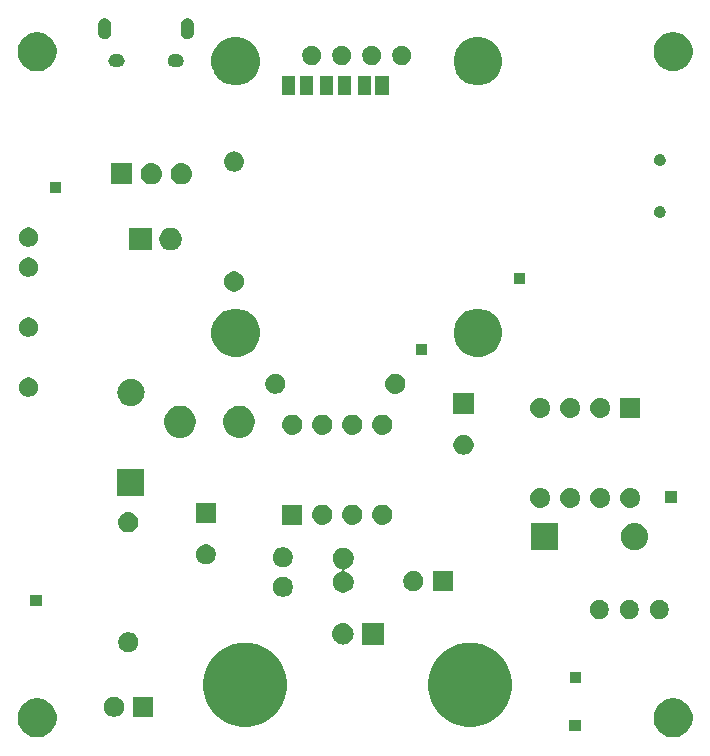
<source format=gbr>
G04 #@! TF.GenerationSoftware,KiCad,Pcbnew,(5.1.2-1)-1*
G04 #@! TF.CreationDate,2019-08-12T18:01:04-07:00*
G04 #@! TF.ProjectId,powersupply,706f7765-7273-4757-9070-6c792e6b6963,rev?*
G04 #@! TF.SameCoordinates,Original*
G04 #@! TF.FileFunction,Soldermask,Bot*
G04 #@! TF.FilePolarity,Negative*
%FSLAX46Y46*%
G04 Gerber Fmt 4.6, Leading zero omitted, Abs format (unit mm)*
G04 Created by KiCad (PCBNEW (5.1.2-1)-1) date 2019-08-12 18:01:04*
%MOMM*%
%LPD*%
G04 APERTURE LIST*
%ADD10C,0.100000*%
G04 APERTURE END LIST*
D10*
G36*
X86495256Y-86341298D02*
G01*
X86601579Y-86362447D01*
X86814037Y-86450450D01*
X86855248Y-86467520D01*
X86902042Y-86486903D01*
X87172451Y-86667585D01*
X87402415Y-86897549D01*
X87583097Y-87167958D01*
X87680716Y-87403630D01*
X87707553Y-87468422D01*
X87771000Y-87787389D01*
X87771000Y-88112611D01*
X87736340Y-88286856D01*
X87707553Y-88431579D01*
X87583097Y-88732042D01*
X87402415Y-89002451D01*
X87172451Y-89232415D01*
X86902042Y-89413097D01*
X86601579Y-89537553D01*
X86495256Y-89558702D01*
X86282611Y-89601000D01*
X85957389Y-89601000D01*
X85744744Y-89558702D01*
X85638421Y-89537553D01*
X85337958Y-89413097D01*
X85067549Y-89232415D01*
X84837585Y-89002451D01*
X84656903Y-88732042D01*
X84532447Y-88431579D01*
X84503660Y-88286856D01*
X84469000Y-88112611D01*
X84469000Y-87787389D01*
X84532447Y-87468422D01*
X84559285Y-87403630D01*
X84656903Y-87167958D01*
X84837585Y-86897549D01*
X85067549Y-86667585D01*
X85337958Y-86486903D01*
X85384753Y-86467520D01*
X85425963Y-86450450D01*
X85638421Y-86362447D01*
X85744744Y-86341298D01*
X85957389Y-86299000D01*
X86282611Y-86299000D01*
X86495256Y-86341298D01*
X86495256Y-86341298D01*
G37*
G36*
X32645256Y-86341298D02*
G01*
X32751579Y-86362447D01*
X32964037Y-86450450D01*
X33005248Y-86467520D01*
X33052042Y-86486903D01*
X33322451Y-86667585D01*
X33552415Y-86897549D01*
X33733097Y-87167958D01*
X33830716Y-87403630D01*
X33857553Y-87468422D01*
X33921000Y-87787389D01*
X33921000Y-88112611D01*
X33886340Y-88286856D01*
X33857553Y-88431579D01*
X33733097Y-88732042D01*
X33552415Y-89002451D01*
X33322451Y-89232415D01*
X33052042Y-89413097D01*
X32751579Y-89537553D01*
X32645256Y-89558702D01*
X32432611Y-89601000D01*
X32107389Y-89601000D01*
X31894744Y-89558702D01*
X31788421Y-89537553D01*
X31487958Y-89413097D01*
X31217549Y-89232415D01*
X30987585Y-89002451D01*
X30806903Y-88732042D01*
X30682447Y-88431579D01*
X30653660Y-88286856D01*
X30619000Y-88112611D01*
X30619000Y-87787389D01*
X30682447Y-87468422D01*
X30709285Y-87403630D01*
X30806903Y-87167958D01*
X30987585Y-86897549D01*
X31217549Y-86667585D01*
X31487958Y-86486903D01*
X31534753Y-86467520D01*
X31575963Y-86450450D01*
X31788421Y-86362447D01*
X31894744Y-86341298D01*
X32107389Y-86299000D01*
X32432611Y-86299000D01*
X32645256Y-86341298D01*
X32645256Y-86341298D01*
G37*
G36*
X78296000Y-89066000D02*
G01*
X77344000Y-89066000D01*
X77344000Y-88114000D01*
X78296000Y-88114000D01*
X78296000Y-89066000D01*
X78296000Y-89066000D01*
G37*
G36*
X69970787Y-81725462D02*
G01*
X69970790Y-81725463D01*
X69970789Y-81725463D01*
X70617029Y-81993144D01*
X71198631Y-82381758D01*
X71693242Y-82876369D01*
X72081856Y-83457971D01*
X72081856Y-83457972D01*
X72349538Y-84104213D01*
X72486000Y-84790256D01*
X72486000Y-85489744D01*
X72349538Y-86175787D01*
X72298501Y-86299000D01*
X72081856Y-86822029D01*
X71693242Y-87403631D01*
X71198631Y-87898242D01*
X70617029Y-88286856D01*
X70267636Y-88431579D01*
X69970787Y-88554538D01*
X69284744Y-88691000D01*
X68585256Y-88691000D01*
X67899213Y-88554538D01*
X67602364Y-88431579D01*
X67252971Y-88286856D01*
X66671369Y-87898242D01*
X66176758Y-87403631D01*
X65788144Y-86822029D01*
X65571499Y-86299000D01*
X65520462Y-86175787D01*
X65384000Y-85489744D01*
X65384000Y-84790256D01*
X65520462Y-84104213D01*
X65788144Y-83457972D01*
X65788144Y-83457971D01*
X66176758Y-82876369D01*
X66671369Y-82381758D01*
X67252971Y-81993144D01*
X67899211Y-81725463D01*
X67899210Y-81725463D01*
X67899213Y-81725462D01*
X68585256Y-81589000D01*
X69284744Y-81589000D01*
X69970787Y-81725462D01*
X69970787Y-81725462D01*
G37*
G36*
X50920787Y-81725462D02*
G01*
X50920790Y-81725463D01*
X50920789Y-81725463D01*
X51567029Y-81993144D01*
X52148631Y-82381758D01*
X52643242Y-82876369D01*
X53031856Y-83457971D01*
X53031856Y-83457972D01*
X53299538Y-84104213D01*
X53436000Y-84790256D01*
X53436000Y-85489744D01*
X53299538Y-86175787D01*
X53248501Y-86299000D01*
X53031856Y-86822029D01*
X52643242Y-87403631D01*
X52148631Y-87898242D01*
X51567029Y-88286856D01*
X51217636Y-88431579D01*
X50920787Y-88554538D01*
X50234744Y-88691000D01*
X49535256Y-88691000D01*
X48849213Y-88554538D01*
X48552364Y-88431579D01*
X48202971Y-88286856D01*
X47621369Y-87898242D01*
X47126758Y-87403631D01*
X46738144Y-86822029D01*
X46521499Y-86299000D01*
X46470462Y-86175787D01*
X46334000Y-85489744D01*
X46334000Y-84790256D01*
X46470462Y-84104213D01*
X46738144Y-83457972D01*
X46738144Y-83457971D01*
X47126758Y-82876369D01*
X47621369Y-82381758D01*
X48202971Y-81993144D01*
X48849211Y-81725463D01*
X48849210Y-81725463D01*
X48849213Y-81725462D01*
X49535256Y-81589000D01*
X50234744Y-81589000D01*
X50920787Y-81725462D01*
X50920787Y-81725462D01*
G37*
G36*
X42131000Y-87861000D02*
G01*
X40429000Y-87861000D01*
X40429000Y-86159000D01*
X42131000Y-86159000D01*
X42131000Y-87861000D01*
X42131000Y-87861000D01*
G37*
G36*
X39028228Y-86191703D02*
G01*
X39183100Y-86255853D01*
X39322481Y-86348985D01*
X39441015Y-86467519D01*
X39534147Y-86606900D01*
X39598297Y-86761772D01*
X39631000Y-86926184D01*
X39631000Y-87093816D01*
X39598297Y-87258228D01*
X39534147Y-87413100D01*
X39441015Y-87552481D01*
X39322481Y-87671015D01*
X39183100Y-87764147D01*
X39028228Y-87828297D01*
X38863816Y-87861000D01*
X38696184Y-87861000D01*
X38531772Y-87828297D01*
X38376900Y-87764147D01*
X38237519Y-87671015D01*
X38118985Y-87552481D01*
X38025853Y-87413100D01*
X37961703Y-87258228D01*
X37929000Y-87093816D01*
X37929000Y-86926184D01*
X37961703Y-86761772D01*
X38025853Y-86606900D01*
X38118985Y-86467519D01*
X38237519Y-86348985D01*
X38376900Y-86255853D01*
X38531772Y-86191703D01*
X38696184Y-86159000D01*
X38863816Y-86159000D01*
X39028228Y-86191703D01*
X39028228Y-86191703D01*
G37*
G36*
X78316000Y-85016000D02*
G01*
X77364000Y-85016000D01*
X77364000Y-84064000D01*
X78316000Y-84064000D01*
X78316000Y-85016000D01*
X78316000Y-85016000D01*
G37*
G36*
X40248228Y-80721703D02*
G01*
X40403100Y-80785853D01*
X40542481Y-80878985D01*
X40661015Y-80997519D01*
X40754147Y-81136900D01*
X40818297Y-81291772D01*
X40851000Y-81456184D01*
X40851000Y-81623816D01*
X40818297Y-81788228D01*
X40754147Y-81943100D01*
X40661015Y-82082481D01*
X40542481Y-82201015D01*
X40403100Y-82294147D01*
X40248228Y-82358297D01*
X40083816Y-82391000D01*
X39916184Y-82391000D01*
X39751772Y-82358297D01*
X39596900Y-82294147D01*
X39457519Y-82201015D01*
X39338985Y-82082481D01*
X39245853Y-81943100D01*
X39181703Y-81788228D01*
X39149000Y-81623816D01*
X39149000Y-81456184D01*
X39181703Y-81291772D01*
X39245853Y-81136900D01*
X39338985Y-80997519D01*
X39457519Y-80878985D01*
X39596900Y-80785853D01*
X39751772Y-80721703D01*
X39916184Y-80689000D01*
X40083816Y-80689000D01*
X40248228Y-80721703D01*
X40248228Y-80721703D01*
G37*
G36*
X61611000Y-81741000D02*
G01*
X59809000Y-81741000D01*
X59809000Y-79939000D01*
X61611000Y-79939000D01*
X61611000Y-81741000D01*
X61611000Y-81741000D01*
G37*
G36*
X58280443Y-79945519D02*
G01*
X58346627Y-79952037D01*
X58516466Y-80003557D01*
X58672991Y-80087222D01*
X58708729Y-80116552D01*
X58810186Y-80199814D01*
X58893448Y-80301271D01*
X58922778Y-80337009D01*
X59006443Y-80493534D01*
X59057963Y-80663373D01*
X59075359Y-80840000D01*
X59057963Y-81016627D01*
X59006443Y-81186466D01*
X58922778Y-81342991D01*
X58893448Y-81378729D01*
X58810186Y-81480186D01*
X58708729Y-81563448D01*
X58672991Y-81592778D01*
X58516466Y-81676443D01*
X58346627Y-81727963D01*
X58280442Y-81734482D01*
X58214260Y-81741000D01*
X58125740Y-81741000D01*
X58059558Y-81734482D01*
X57993373Y-81727963D01*
X57823534Y-81676443D01*
X57667009Y-81592778D01*
X57631271Y-81563448D01*
X57529814Y-81480186D01*
X57446552Y-81378729D01*
X57417222Y-81342991D01*
X57333557Y-81186466D01*
X57282037Y-81016627D01*
X57264641Y-80840000D01*
X57282037Y-80663373D01*
X57333557Y-80493534D01*
X57417222Y-80337009D01*
X57446552Y-80301271D01*
X57529814Y-80199814D01*
X57631271Y-80116552D01*
X57667009Y-80087222D01*
X57823534Y-80003557D01*
X57993373Y-79952037D01*
X58059557Y-79945519D01*
X58125740Y-79939000D01*
X58214260Y-79939000D01*
X58280443Y-79945519D01*
X58280443Y-79945519D01*
G37*
G36*
X80107142Y-77978242D02*
G01*
X80255101Y-78039529D01*
X80388255Y-78128499D01*
X80501501Y-78241745D01*
X80590471Y-78374899D01*
X80651758Y-78522858D01*
X80683000Y-78679925D01*
X80683000Y-78840075D01*
X80651758Y-78997142D01*
X80590471Y-79145101D01*
X80501501Y-79278255D01*
X80388255Y-79391501D01*
X80255101Y-79480471D01*
X80107142Y-79541758D01*
X79950075Y-79573000D01*
X79789925Y-79573000D01*
X79632858Y-79541758D01*
X79484899Y-79480471D01*
X79351745Y-79391501D01*
X79238499Y-79278255D01*
X79149529Y-79145101D01*
X79088242Y-78997142D01*
X79057000Y-78840075D01*
X79057000Y-78679925D01*
X79088242Y-78522858D01*
X79149529Y-78374899D01*
X79238499Y-78241745D01*
X79351745Y-78128499D01*
X79484899Y-78039529D01*
X79632858Y-77978242D01*
X79789925Y-77947000D01*
X79950075Y-77947000D01*
X80107142Y-77978242D01*
X80107142Y-77978242D01*
G37*
G36*
X82647142Y-77978242D02*
G01*
X82795101Y-78039529D01*
X82928255Y-78128499D01*
X83041501Y-78241745D01*
X83130471Y-78374899D01*
X83191758Y-78522858D01*
X83223000Y-78679925D01*
X83223000Y-78840075D01*
X83191758Y-78997142D01*
X83130471Y-79145101D01*
X83041501Y-79278255D01*
X82928255Y-79391501D01*
X82795101Y-79480471D01*
X82647142Y-79541758D01*
X82490075Y-79573000D01*
X82329925Y-79573000D01*
X82172858Y-79541758D01*
X82024899Y-79480471D01*
X81891745Y-79391501D01*
X81778499Y-79278255D01*
X81689529Y-79145101D01*
X81628242Y-78997142D01*
X81597000Y-78840075D01*
X81597000Y-78679925D01*
X81628242Y-78522858D01*
X81689529Y-78374899D01*
X81778499Y-78241745D01*
X81891745Y-78128499D01*
X82024899Y-78039529D01*
X82172858Y-77978242D01*
X82329925Y-77947000D01*
X82490075Y-77947000D01*
X82647142Y-77978242D01*
X82647142Y-77978242D01*
G37*
G36*
X85187142Y-77978242D02*
G01*
X85335101Y-78039529D01*
X85468255Y-78128499D01*
X85581501Y-78241745D01*
X85670471Y-78374899D01*
X85731758Y-78522858D01*
X85763000Y-78679925D01*
X85763000Y-78840075D01*
X85731758Y-78997142D01*
X85670471Y-79145101D01*
X85581501Y-79278255D01*
X85468255Y-79391501D01*
X85335101Y-79480471D01*
X85187142Y-79541758D01*
X85030075Y-79573000D01*
X84869925Y-79573000D01*
X84712858Y-79541758D01*
X84564899Y-79480471D01*
X84431745Y-79391501D01*
X84318499Y-79278255D01*
X84229529Y-79145101D01*
X84168242Y-78997142D01*
X84137000Y-78840075D01*
X84137000Y-78679925D01*
X84168242Y-78522858D01*
X84229529Y-78374899D01*
X84318499Y-78241745D01*
X84431745Y-78128499D01*
X84564899Y-78039529D01*
X84712858Y-77978242D01*
X84869925Y-77947000D01*
X85030075Y-77947000D01*
X85187142Y-77978242D01*
X85187142Y-77978242D01*
G37*
G36*
X32656000Y-78506000D02*
G01*
X31704000Y-78506000D01*
X31704000Y-77554000D01*
X32656000Y-77554000D01*
X32656000Y-78506000D01*
X32656000Y-78506000D01*
G37*
G36*
X53328228Y-76031703D02*
G01*
X53483100Y-76095853D01*
X53622481Y-76188985D01*
X53741015Y-76307519D01*
X53834147Y-76446900D01*
X53898297Y-76601772D01*
X53931000Y-76766184D01*
X53931000Y-76933816D01*
X53898297Y-77098228D01*
X53834147Y-77253100D01*
X53741015Y-77392481D01*
X53622481Y-77511015D01*
X53483100Y-77604147D01*
X53328228Y-77668297D01*
X53163816Y-77701000D01*
X52996184Y-77701000D01*
X52831772Y-77668297D01*
X52676900Y-77604147D01*
X52537519Y-77511015D01*
X52418985Y-77392481D01*
X52325853Y-77253100D01*
X52261703Y-77098228D01*
X52229000Y-76933816D01*
X52229000Y-76766184D01*
X52261703Y-76601772D01*
X52325853Y-76446900D01*
X52418985Y-76307519D01*
X52537519Y-76188985D01*
X52676900Y-76095853D01*
X52831772Y-76031703D01*
X52996184Y-75999000D01*
X53163816Y-75999000D01*
X53328228Y-76031703D01*
X53328228Y-76031703D01*
G37*
G36*
X58303512Y-73543927D02*
G01*
X58452812Y-73573624D01*
X58616784Y-73641544D01*
X58764354Y-73740147D01*
X58889853Y-73865646D01*
X58988456Y-74013216D01*
X59056376Y-74177188D01*
X59091000Y-74351259D01*
X59091000Y-74528741D01*
X59056376Y-74702812D01*
X58988456Y-74866784D01*
X58889853Y-75014354D01*
X58764354Y-75139853D01*
X58616784Y-75238456D01*
X58452812Y-75306376D01*
X58397362Y-75317405D01*
X58373922Y-75324516D01*
X58352311Y-75336067D01*
X58333369Y-75351613D01*
X58317824Y-75370555D01*
X58306273Y-75392165D01*
X58299160Y-75415614D01*
X58296758Y-75440000D01*
X58299160Y-75464387D01*
X58306273Y-75487835D01*
X58317824Y-75509446D01*
X58333370Y-75528388D01*
X58352312Y-75543933D01*
X58373922Y-75555484D01*
X58397362Y-75562595D01*
X58452812Y-75573624D01*
X58616784Y-75641544D01*
X58764354Y-75740147D01*
X58889853Y-75865646D01*
X58988456Y-76013216D01*
X59056376Y-76177188D01*
X59091000Y-76351259D01*
X59091000Y-76528741D01*
X59056376Y-76702812D01*
X58988456Y-76866784D01*
X58889853Y-77014354D01*
X58764354Y-77139853D01*
X58616784Y-77238456D01*
X58452812Y-77306376D01*
X58303512Y-77336073D01*
X58278742Y-77341000D01*
X58101258Y-77341000D01*
X58076488Y-77336073D01*
X57927188Y-77306376D01*
X57763216Y-77238456D01*
X57615646Y-77139853D01*
X57490147Y-77014354D01*
X57391544Y-76866784D01*
X57323624Y-76702812D01*
X57289000Y-76528741D01*
X57289000Y-76351259D01*
X57323624Y-76177188D01*
X57391544Y-76013216D01*
X57490147Y-75865646D01*
X57615646Y-75740147D01*
X57763216Y-75641544D01*
X57927188Y-75573624D01*
X57982638Y-75562595D01*
X58006078Y-75555484D01*
X58027689Y-75543933D01*
X58046631Y-75528387D01*
X58062176Y-75509445D01*
X58073727Y-75487835D01*
X58080840Y-75464386D01*
X58083242Y-75440000D01*
X58080840Y-75415613D01*
X58073727Y-75392165D01*
X58062176Y-75370554D01*
X58046630Y-75351612D01*
X58027688Y-75336067D01*
X58006078Y-75324516D01*
X57982638Y-75317405D01*
X57927188Y-75306376D01*
X57763216Y-75238456D01*
X57615646Y-75139853D01*
X57490147Y-75014354D01*
X57391544Y-74866784D01*
X57323624Y-74702812D01*
X57289000Y-74528741D01*
X57289000Y-74351259D01*
X57323624Y-74177188D01*
X57391544Y-74013216D01*
X57490147Y-73865646D01*
X57615646Y-73740147D01*
X57763216Y-73641544D01*
X57927188Y-73573624D01*
X58076488Y-73543927D01*
X58101258Y-73539000D01*
X58278742Y-73539000D01*
X58303512Y-73543927D01*
X58303512Y-73543927D01*
G37*
G36*
X64378228Y-75541703D02*
G01*
X64533100Y-75605853D01*
X64672481Y-75698985D01*
X64791015Y-75817519D01*
X64884147Y-75956900D01*
X64948297Y-76111772D01*
X64981000Y-76276184D01*
X64981000Y-76443816D01*
X64948297Y-76608228D01*
X64884147Y-76763100D01*
X64791015Y-76902481D01*
X64672481Y-77021015D01*
X64533100Y-77114147D01*
X64378228Y-77178297D01*
X64213816Y-77211000D01*
X64046184Y-77211000D01*
X63881772Y-77178297D01*
X63726900Y-77114147D01*
X63587519Y-77021015D01*
X63468985Y-76902481D01*
X63375853Y-76763100D01*
X63311703Y-76608228D01*
X63279000Y-76443816D01*
X63279000Y-76276184D01*
X63311703Y-76111772D01*
X63375853Y-75956900D01*
X63468985Y-75817519D01*
X63587519Y-75698985D01*
X63726900Y-75605853D01*
X63881772Y-75541703D01*
X64046184Y-75509000D01*
X64213816Y-75509000D01*
X64378228Y-75541703D01*
X64378228Y-75541703D01*
G37*
G36*
X67481000Y-77211000D02*
G01*
X65779000Y-77211000D01*
X65779000Y-75509000D01*
X67481000Y-75509000D01*
X67481000Y-77211000D01*
X67481000Y-77211000D01*
G37*
G36*
X53328228Y-73531703D02*
G01*
X53483100Y-73595853D01*
X53622481Y-73688985D01*
X53741015Y-73807519D01*
X53834147Y-73946900D01*
X53898297Y-74101772D01*
X53931000Y-74266184D01*
X53931000Y-74433816D01*
X53898297Y-74598228D01*
X53834147Y-74753100D01*
X53741015Y-74892481D01*
X53622481Y-75011015D01*
X53483100Y-75104147D01*
X53328228Y-75168297D01*
X53163816Y-75201000D01*
X52996184Y-75201000D01*
X52831772Y-75168297D01*
X52676900Y-75104147D01*
X52537519Y-75011015D01*
X52418985Y-74892481D01*
X52325853Y-74753100D01*
X52261703Y-74598228D01*
X52229000Y-74433816D01*
X52229000Y-74266184D01*
X52261703Y-74101772D01*
X52325853Y-73946900D01*
X52418985Y-73807519D01*
X52537519Y-73688985D01*
X52676900Y-73595853D01*
X52831772Y-73531703D01*
X52996184Y-73499000D01*
X53163816Y-73499000D01*
X53328228Y-73531703D01*
X53328228Y-73531703D01*
G37*
G36*
X46808228Y-73291703D02*
G01*
X46963100Y-73355853D01*
X47102481Y-73448985D01*
X47221015Y-73567519D01*
X47314147Y-73706900D01*
X47378297Y-73861772D01*
X47411000Y-74026184D01*
X47411000Y-74193816D01*
X47378297Y-74358228D01*
X47314147Y-74513100D01*
X47221015Y-74652481D01*
X47102481Y-74771015D01*
X46963100Y-74864147D01*
X46808228Y-74928297D01*
X46643816Y-74961000D01*
X46476184Y-74961000D01*
X46311772Y-74928297D01*
X46156900Y-74864147D01*
X46017519Y-74771015D01*
X45898985Y-74652481D01*
X45805853Y-74513100D01*
X45741703Y-74358228D01*
X45709000Y-74193816D01*
X45709000Y-74026184D01*
X45741703Y-73861772D01*
X45805853Y-73706900D01*
X45898985Y-73567519D01*
X46017519Y-73448985D01*
X46156900Y-73355853D01*
X46311772Y-73291703D01*
X46476184Y-73259000D01*
X46643816Y-73259000D01*
X46808228Y-73291703D01*
X46808228Y-73291703D01*
G37*
G36*
X76371000Y-73741000D02*
G01*
X74069000Y-73741000D01*
X74069000Y-71439000D01*
X76371000Y-71439000D01*
X76371000Y-73741000D01*
X76371000Y-73741000D01*
G37*
G36*
X83009271Y-71450103D02*
G01*
X83065635Y-71455654D01*
X83282600Y-71521470D01*
X83282602Y-71521471D01*
X83482555Y-71628347D01*
X83657818Y-71772182D01*
X83801653Y-71947445D01*
X83908529Y-72147398D01*
X83908530Y-72147400D01*
X83933890Y-72231000D01*
X83974346Y-72364366D01*
X83996569Y-72590000D01*
X83974346Y-72815634D01*
X83908529Y-73032602D01*
X83801653Y-73232555D01*
X83657818Y-73407818D01*
X83482555Y-73551653D01*
X83314379Y-73641544D01*
X83282600Y-73658530D01*
X83065635Y-73724346D01*
X83009271Y-73729897D01*
X82896545Y-73741000D01*
X82783455Y-73741000D01*
X82670729Y-73729897D01*
X82614365Y-73724346D01*
X82397400Y-73658530D01*
X82365621Y-73641544D01*
X82197445Y-73551653D01*
X82022182Y-73407818D01*
X81878347Y-73232555D01*
X81771471Y-73032602D01*
X81705654Y-72815634D01*
X81683431Y-72590000D01*
X81705654Y-72364366D01*
X81746110Y-72231000D01*
X81771470Y-72147400D01*
X81771471Y-72147398D01*
X81878347Y-71947445D01*
X82022182Y-71772182D01*
X82197445Y-71628347D01*
X82397398Y-71521471D01*
X82397400Y-71521470D01*
X82614365Y-71455654D01*
X82670729Y-71450103D01*
X82783455Y-71439000D01*
X82896545Y-71439000D01*
X83009271Y-71450103D01*
X83009271Y-71450103D01*
G37*
G36*
X40166823Y-70541313D02*
G01*
X40327242Y-70589976D01*
X40459906Y-70660886D01*
X40475078Y-70668996D01*
X40604659Y-70775341D01*
X40711004Y-70904922D01*
X40711005Y-70904924D01*
X40790024Y-71052758D01*
X40838687Y-71213177D01*
X40855117Y-71380000D01*
X40838687Y-71546823D01*
X40790024Y-71707242D01*
X40755313Y-71772182D01*
X40711004Y-71855078D01*
X40604659Y-71984659D01*
X40475078Y-72091004D01*
X40475076Y-72091005D01*
X40327242Y-72170024D01*
X40166823Y-72218687D01*
X40041804Y-72231000D01*
X39958196Y-72231000D01*
X39833177Y-72218687D01*
X39672758Y-72170024D01*
X39524924Y-72091005D01*
X39524922Y-72091004D01*
X39395341Y-71984659D01*
X39288996Y-71855078D01*
X39244687Y-71772182D01*
X39209976Y-71707242D01*
X39161313Y-71546823D01*
X39144883Y-71380000D01*
X39161313Y-71213177D01*
X39209976Y-71052758D01*
X39288995Y-70904924D01*
X39288996Y-70904922D01*
X39395341Y-70775341D01*
X39524922Y-70668996D01*
X39540094Y-70660886D01*
X39672758Y-70589976D01*
X39833177Y-70541313D01*
X39958196Y-70529000D01*
X40041804Y-70529000D01*
X40166823Y-70541313D01*
X40166823Y-70541313D01*
G37*
G36*
X61666823Y-69901313D02*
G01*
X61827242Y-69949976D01*
X61959906Y-70020886D01*
X61975078Y-70028996D01*
X62104659Y-70135341D01*
X62211004Y-70264922D01*
X62211005Y-70264924D01*
X62290024Y-70412758D01*
X62338687Y-70573177D01*
X62355117Y-70740000D01*
X62338687Y-70906823D01*
X62290024Y-71067242D01*
X62219114Y-71199906D01*
X62211004Y-71215078D01*
X62104659Y-71344659D01*
X61975078Y-71451004D01*
X61975076Y-71451005D01*
X61827242Y-71530024D01*
X61666823Y-71578687D01*
X61541804Y-71591000D01*
X61458196Y-71591000D01*
X61333177Y-71578687D01*
X61172758Y-71530024D01*
X61024924Y-71451005D01*
X61024922Y-71451004D01*
X60895341Y-71344659D01*
X60788996Y-71215078D01*
X60780886Y-71199906D01*
X60709976Y-71067242D01*
X60661313Y-70906823D01*
X60644883Y-70740000D01*
X60661313Y-70573177D01*
X60709976Y-70412758D01*
X60788995Y-70264924D01*
X60788996Y-70264922D01*
X60895341Y-70135341D01*
X61024922Y-70028996D01*
X61040094Y-70020886D01*
X61172758Y-69949976D01*
X61333177Y-69901313D01*
X61458196Y-69889000D01*
X61541804Y-69889000D01*
X61666823Y-69901313D01*
X61666823Y-69901313D01*
G37*
G36*
X59126823Y-69901313D02*
G01*
X59287242Y-69949976D01*
X59419906Y-70020886D01*
X59435078Y-70028996D01*
X59564659Y-70135341D01*
X59671004Y-70264922D01*
X59671005Y-70264924D01*
X59750024Y-70412758D01*
X59798687Y-70573177D01*
X59815117Y-70740000D01*
X59798687Y-70906823D01*
X59750024Y-71067242D01*
X59679114Y-71199906D01*
X59671004Y-71215078D01*
X59564659Y-71344659D01*
X59435078Y-71451004D01*
X59435076Y-71451005D01*
X59287242Y-71530024D01*
X59126823Y-71578687D01*
X59001804Y-71591000D01*
X58918196Y-71591000D01*
X58793177Y-71578687D01*
X58632758Y-71530024D01*
X58484924Y-71451005D01*
X58484922Y-71451004D01*
X58355341Y-71344659D01*
X58248996Y-71215078D01*
X58240886Y-71199906D01*
X58169976Y-71067242D01*
X58121313Y-70906823D01*
X58104883Y-70740000D01*
X58121313Y-70573177D01*
X58169976Y-70412758D01*
X58248995Y-70264924D01*
X58248996Y-70264922D01*
X58355341Y-70135341D01*
X58484922Y-70028996D01*
X58500094Y-70020886D01*
X58632758Y-69949976D01*
X58793177Y-69901313D01*
X58918196Y-69889000D01*
X59001804Y-69889000D01*
X59126823Y-69901313D01*
X59126823Y-69901313D01*
G37*
G36*
X56586823Y-69901313D02*
G01*
X56747242Y-69949976D01*
X56879906Y-70020886D01*
X56895078Y-70028996D01*
X57024659Y-70135341D01*
X57131004Y-70264922D01*
X57131005Y-70264924D01*
X57210024Y-70412758D01*
X57258687Y-70573177D01*
X57275117Y-70740000D01*
X57258687Y-70906823D01*
X57210024Y-71067242D01*
X57139114Y-71199906D01*
X57131004Y-71215078D01*
X57024659Y-71344659D01*
X56895078Y-71451004D01*
X56895076Y-71451005D01*
X56747242Y-71530024D01*
X56586823Y-71578687D01*
X56461804Y-71591000D01*
X56378196Y-71591000D01*
X56253177Y-71578687D01*
X56092758Y-71530024D01*
X55944924Y-71451005D01*
X55944922Y-71451004D01*
X55815341Y-71344659D01*
X55708996Y-71215078D01*
X55700886Y-71199906D01*
X55629976Y-71067242D01*
X55581313Y-70906823D01*
X55564883Y-70740000D01*
X55581313Y-70573177D01*
X55629976Y-70412758D01*
X55708995Y-70264924D01*
X55708996Y-70264922D01*
X55815341Y-70135341D01*
X55944922Y-70028996D01*
X55960094Y-70020886D01*
X56092758Y-69949976D01*
X56253177Y-69901313D01*
X56378196Y-69889000D01*
X56461804Y-69889000D01*
X56586823Y-69901313D01*
X56586823Y-69901313D01*
G37*
G36*
X54731000Y-71591000D02*
G01*
X53029000Y-71591000D01*
X53029000Y-69889000D01*
X54731000Y-69889000D01*
X54731000Y-71591000D01*
X54731000Y-71591000D01*
G37*
G36*
X47411000Y-71461000D02*
G01*
X45709000Y-71461000D01*
X45709000Y-69759000D01*
X47411000Y-69759000D01*
X47411000Y-71461000D01*
X47411000Y-71461000D01*
G37*
G36*
X77576823Y-68481313D02*
G01*
X77737242Y-68529976D01*
X77869906Y-68600886D01*
X77885078Y-68608996D01*
X78014659Y-68715341D01*
X78121004Y-68844922D01*
X78121005Y-68844924D01*
X78200024Y-68992758D01*
X78248687Y-69153177D01*
X78265117Y-69320000D01*
X78248687Y-69486823D01*
X78200024Y-69647242D01*
X78157927Y-69726000D01*
X78121004Y-69795078D01*
X78014659Y-69924659D01*
X77885078Y-70031004D01*
X77885076Y-70031005D01*
X77737242Y-70110024D01*
X77576823Y-70158687D01*
X77451804Y-70171000D01*
X77368196Y-70171000D01*
X77243177Y-70158687D01*
X77082758Y-70110024D01*
X76934924Y-70031005D01*
X76934922Y-70031004D01*
X76805341Y-69924659D01*
X76698996Y-69795078D01*
X76662073Y-69726000D01*
X76619976Y-69647242D01*
X76571313Y-69486823D01*
X76554883Y-69320000D01*
X76571313Y-69153177D01*
X76619976Y-68992758D01*
X76698995Y-68844924D01*
X76698996Y-68844922D01*
X76805341Y-68715341D01*
X76934922Y-68608996D01*
X76950094Y-68600886D01*
X77082758Y-68529976D01*
X77243177Y-68481313D01*
X77368196Y-68469000D01*
X77451804Y-68469000D01*
X77576823Y-68481313D01*
X77576823Y-68481313D01*
G37*
G36*
X75036823Y-68481313D02*
G01*
X75197242Y-68529976D01*
X75329906Y-68600886D01*
X75345078Y-68608996D01*
X75474659Y-68715341D01*
X75581004Y-68844922D01*
X75581005Y-68844924D01*
X75660024Y-68992758D01*
X75708687Y-69153177D01*
X75725117Y-69320000D01*
X75708687Y-69486823D01*
X75660024Y-69647242D01*
X75617927Y-69726000D01*
X75581004Y-69795078D01*
X75474659Y-69924659D01*
X75345078Y-70031004D01*
X75345076Y-70031005D01*
X75197242Y-70110024D01*
X75036823Y-70158687D01*
X74911804Y-70171000D01*
X74828196Y-70171000D01*
X74703177Y-70158687D01*
X74542758Y-70110024D01*
X74394924Y-70031005D01*
X74394922Y-70031004D01*
X74265341Y-69924659D01*
X74158996Y-69795078D01*
X74122073Y-69726000D01*
X74079976Y-69647242D01*
X74031313Y-69486823D01*
X74014883Y-69320000D01*
X74031313Y-69153177D01*
X74079976Y-68992758D01*
X74158995Y-68844924D01*
X74158996Y-68844922D01*
X74265341Y-68715341D01*
X74394922Y-68608996D01*
X74410094Y-68600886D01*
X74542758Y-68529976D01*
X74703177Y-68481313D01*
X74828196Y-68469000D01*
X74911804Y-68469000D01*
X75036823Y-68481313D01*
X75036823Y-68481313D01*
G37*
G36*
X82656823Y-68481313D02*
G01*
X82817242Y-68529976D01*
X82949906Y-68600886D01*
X82965078Y-68608996D01*
X83094659Y-68715341D01*
X83201004Y-68844922D01*
X83201005Y-68844924D01*
X83280024Y-68992758D01*
X83328687Y-69153177D01*
X83345117Y-69320000D01*
X83328687Y-69486823D01*
X83280024Y-69647242D01*
X83237927Y-69726000D01*
X83201004Y-69795078D01*
X83094659Y-69924659D01*
X82965078Y-70031004D01*
X82965076Y-70031005D01*
X82817242Y-70110024D01*
X82656823Y-70158687D01*
X82531804Y-70171000D01*
X82448196Y-70171000D01*
X82323177Y-70158687D01*
X82162758Y-70110024D01*
X82014924Y-70031005D01*
X82014922Y-70031004D01*
X81885341Y-69924659D01*
X81778996Y-69795078D01*
X81742073Y-69726000D01*
X81699976Y-69647242D01*
X81651313Y-69486823D01*
X81634883Y-69320000D01*
X81651313Y-69153177D01*
X81699976Y-68992758D01*
X81778995Y-68844924D01*
X81778996Y-68844922D01*
X81885341Y-68715341D01*
X82014922Y-68608996D01*
X82030094Y-68600886D01*
X82162758Y-68529976D01*
X82323177Y-68481313D01*
X82448196Y-68469000D01*
X82531804Y-68469000D01*
X82656823Y-68481313D01*
X82656823Y-68481313D01*
G37*
G36*
X80116823Y-68481313D02*
G01*
X80277242Y-68529976D01*
X80409906Y-68600886D01*
X80425078Y-68608996D01*
X80554659Y-68715341D01*
X80661004Y-68844922D01*
X80661005Y-68844924D01*
X80740024Y-68992758D01*
X80788687Y-69153177D01*
X80805117Y-69320000D01*
X80788687Y-69486823D01*
X80740024Y-69647242D01*
X80697927Y-69726000D01*
X80661004Y-69795078D01*
X80554659Y-69924659D01*
X80425078Y-70031004D01*
X80425076Y-70031005D01*
X80277242Y-70110024D01*
X80116823Y-70158687D01*
X79991804Y-70171000D01*
X79908196Y-70171000D01*
X79783177Y-70158687D01*
X79622758Y-70110024D01*
X79474924Y-70031005D01*
X79474922Y-70031004D01*
X79345341Y-69924659D01*
X79238996Y-69795078D01*
X79202073Y-69726000D01*
X79159976Y-69647242D01*
X79111313Y-69486823D01*
X79094883Y-69320000D01*
X79111313Y-69153177D01*
X79159976Y-68992758D01*
X79238995Y-68844924D01*
X79238996Y-68844922D01*
X79345341Y-68715341D01*
X79474922Y-68608996D01*
X79490094Y-68600886D01*
X79622758Y-68529976D01*
X79783177Y-68481313D01*
X79908196Y-68469000D01*
X79991804Y-68469000D01*
X80116823Y-68481313D01*
X80116823Y-68481313D01*
G37*
G36*
X86426000Y-69726000D02*
G01*
X85474000Y-69726000D01*
X85474000Y-68774000D01*
X86426000Y-68774000D01*
X86426000Y-69726000D01*
X86426000Y-69726000D01*
G37*
G36*
X41371000Y-69151000D02*
G01*
X39069000Y-69151000D01*
X39069000Y-66849000D01*
X41371000Y-66849000D01*
X41371000Y-69151000D01*
X41371000Y-69151000D01*
G37*
G36*
X68628228Y-64011703D02*
G01*
X68783100Y-64075853D01*
X68922481Y-64168985D01*
X69041015Y-64287519D01*
X69134147Y-64426900D01*
X69198297Y-64581772D01*
X69231000Y-64746184D01*
X69231000Y-64913816D01*
X69198297Y-65078228D01*
X69134147Y-65233100D01*
X69041015Y-65372481D01*
X68922481Y-65491015D01*
X68783100Y-65584147D01*
X68628228Y-65648297D01*
X68463816Y-65681000D01*
X68296184Y-65681000D01*
X68131772Y-65648297D01*
X67976900Y-65584147D01*
X67837519Y-65491015D01*
X67718985Y-65372481D01*
X67625853Y-65233100D01*
X67561703Y-65078228D01*
X67529000Y-64913816D01*
X67529000Y-64746184D01*
X67561703Y-64581772D01*
X67625853Y-64426900D01*
X67718985Y-64287519D01*
X67837519Y-64168985D01*
X67976900Y-64075853D01*
X68131772Y-64011703D01*
X68296184Y-63979000D01*
X68463816Y-63979000D01*
X68628228Y-64011703D01*
X68628228Y-64011703D01*
G37*
G36*
X44584325Y-61533175D02*
G01*
X44774072Y-61570918D01*
X45019939Y-61672759D01*
X45241212Y-61820610D01*
X45429390Y-62008788D01*
X45577241Y-62230061D01*
X45679082Y-62475928D01*
X45731000Y-62736938D01*
X45731000Y-63003062D01*
X45679082Y-63264072D01*
X45577241Y-63509939D01*
X45502813Y-63621328D01*
X45429391Y-63731211D01*
X45241211Y-63919391D01*
X45163973Y-63971000D01*
X45019939Y-64067241D01*
X45019938Y-64067242D01*
X45019937Y-64067242D01*
X44774072Y-64169082D01*
X44513063Y-64221000D01*
X44246937Y-64221000D01*
X43985928Y-64169082D01*
X43740063Y-64067242D01*
X43740062Y-64067242D01*
X43740061Y-64067241D01*
X43596027Y-63971000D01*
X43518789Y-63919391D01*
X43330609Y-63731211D01*
X43257187Y-63621328D01*
X43182759Y-63509939D01*
X43080918Y-63264072D01*
X43029000Y-63003062D01*
X43029000Y-62736938D01*
X43080918Y-62475928D01*
X43182759Y-62230061D01*
X43330610Y-62008788D01*
X43518788Y-61820610D01*
X43740061Y-61672759D01*
X43985928Y-61570918D01*
X44175675Y-61533175D01*
X44246937Y-61519000D01*
X44513063Y-61519000D01*
X44584325Y-61533175D01*
X44584325Y-61533175D01*
G37*
G36*
X49584325Y-61533175D02*
G01*
X49774072Y-61570918D01*
X50019939Y-61672759D01*
X50241212Y-61820610D01*
X50429390Y-62008788D01*
X50577241Y-62230061D01*
X50679082Y-62475928D01*
X50731000Y-62736938D01*
X50731000Y-63003062D01*
X50679082Y-63264072D01*
X50577241Y-63509939D01*
X50502813Y-63621328D01*
X50429391Y-63731211D01*
X50241211Y-63919391D01*
X50163973Y-63971000D01*
X50019939Y-64067241D01*
X50019938Y-64067242D01*
X50019937Y-64067242D01*
X49774072Y-64169082D01*
X49513063Y-64221000D01*
X49246937Y-64221000D01*
X48985928Y-64169082D01*
X48740063Y-64067242D01*
X48740062Y-64067242D01*
X48740061Y-64067241D01*
X48596027Y-63971000D01*
X48518789Y-63919391D01*
X48330609Y-63731211D01*
X48257187Y-63621328D01*
X48182759Y-63509939D01*
X48080918Y-63264072D01*
X48029000Y-63003062D01*
X48029000Y-62736938D01*
X48080918Y-62475928D01*
X48182759Y-62230061D01*
X48330610Y-62008788D01*
X48518788Y-61820610D01*
X48740061Y-61672759D01*
X48985928Y-61570918D01*
X49175675Y-61533175D01*
X49246937Y-61519000D01*
X49513063Y-61519000D01*
X49584325Y-61533175D01*
X49584325Y-61533175D01*
G37*
G36*
X56586823Y-62281313D02*
G01*
X56747242Y-62329976D01*
X56879906Y-62400886D01*
X56895078Y-62408996D01*
X57024659Y-62515341D01*
X57131004Y-62644922D01*
X57131005Y-62644924D01*
X57210024Y-62792758D01*
X57258687Y-62953177D01*
X57275117Y-63120000D01*
X57258687Y-63286823D01*
X57210024Y-63447242D01*
X57139114Y-63579906D01*
X57131004Y-63595078D01*
X57024659Y-63724659D01*
X56895078Y-63831004D01*
X56895076Y-63831005D01*
X56747242Y-63910024D01*
X56586823Y-63958687D01*
X56461804Y-63971000D01*
X56378196Y-63971000D01*
X56253177Y-63958687D01*
X56092758Y-63910024D01*
X55944924Y-63831005D01*
X55944922Y-63831004D01*
X55815341Y-63724659D01*
X55708996Y-63595078D01*
X55700886Y-63579906D01*
X55629976Y-63447242D01*
X55581313Y-63286823D01*
X55564883Y-63120000D01*
X55581313Y-62953177D01*
X55629976Y-62792758D01*
X55708995Y-62644924D01*
X55708996Y-62644922D01*
X55815341Y-62515341D01*
X55944922Y-62408996D01*
X55960094Y-62400886D01*
X56092758Y-62329976D01*
X56253177Y-62281313D01*
X56378196Y-62269000D01*
X56461804Y-62269000D01*
X56586823Y-62281313D01*
X56586823Y-62281313D01*
G37*
G36*
X61666823Y-62281313D02*
G01*
X61827242Y-62329976D01*
X61959906Y-62400886D01*
X61975078Y-62408996D01*
X62104659Y-62515341D01*
X62211004Y-62644922D01*
X62211005Y-62644924D01*
X62290024Y-62792758D01*
X62338687Y-62953177D01*
X62355117Y-63120000D01*
X62338687Y-63286823D01*
X62290024Y-63447242D01*
X62219114Y-63579906D01*
X62211004Y-63595078D01*
X62104659Y-63724659D01*
X61975078Y-63831004D01*
X61975076Y-63831005D01*
X61827242Y-63910024D01*
X61666823Y-63958687D01*
X61541804Y-63971000D01*
X61458196Y-63971000D01*
X61333177Y-63958687D01*
X61172758Y-63910024D01*
X61024924Y-63831005D01*
X61024922Y-63831004D01*
X60895341Y-63724659D01*
X60788996Y-63595078D01*
X60780886Y-63579906D01*
X60709976Y-63447242D01*
X60661313Y-63286823D01*
X60644883Y-63120000D01*
X60661313Y-62953177D01*
X60709976Y-62792758D01*
X60788995Y-62644924D01*
X60788996Y-62644922D01*
X60895341Y-62515341D01*
X61024922Y-62408996D01*
X61040094Y-62400886D01*
X61172758Y-62329976D01*
X61333177Y-62281313D01*
X61458196Y-62269000D01*
X61541804Y-62269000D01*
X61666823Y-62281313D01*
X61666823Y-62281313D01*
G37*
G36*
X59126823Y-62281313D02*
G01*
X59287242Y-62329976D01*
X59419906Y-62400886D01*
X59435078Y-62408996D01*
X59564659Y-62515341D01*
X59671004Y-62644922D01*
X59671005Y-62644924D01*
X59750024Y-62792758D01*
X59798687Y-62953177D01*
X59815117Y-63120000D01*
X59798687Y-63286823D01*
X59750024Y-63447242D01*
X59679114Y-63579906D01*
X59671004Y-63595078D01*
X59564659Y-63724659D01*
X59435078Y-63831004D01*
X59435076Y-63831005D01*
X59287242Y-63910024D01*
X59126823Y-63958687D01*
X59001804Y-63971000D01*
X58918196Y-63971000D01*
X58793177Y-63958687D01*
X58632758Y-63910024D01*
X58484924Y-63831005D01*
X58484922Y-63831004D01*
X58355341Y-63724659D01*
X58248996Y-63595078D01*
X58240886Y-63579906D01*
X58169976Y-63447242D01*
X58121313Y-63286823D01*
X58104883Y-63120000D01*
X58121313Y-62953177D01*
X58169976Y-62792758D01*
X58248995Y-62644924D01*
X58248996Y-62644922D01*
X58355341Y-62515341D01*
X58484922Y-62408996D01*
X58500094Y-62400886D01*
X58632758Y-62329976D01*
X58793177Y-62281313D01*
X58918196Y-62269000D01*
X59001804Y-62269000D01*
X59126823Y-62281313D01*
X59126823Y-62281313D01*
G37*
G36*
X54046823Y-62281313D02*
G01*
X54207242Y-62329976D01*
X54339906Y-62400886D01*
X54355078Y-62408996D01*
X54484659Y-62515341D01*
X54591004Y-62644922D01*
X54591005Y-62644924D01*
X54670024Y-62792758D01*
X54718687Y-62953177D01*
X54735117Y-63120000D01*
X54718687Y-63286823D01*
X54670024Y-63447242D01*
X54599114Y-63579906D01*
X54591004Y-63595078D01*
X54484659Y-63724659D01*
X54355078Y-63831004D01*
X54355076Y-63831005D01*
X54207242Y-63910024D01*
X54046823Y-63958687D01*
X53921804Y-63971000D01*
X53838196Y-63971000D01*
X53713177Y-63958687D01*
X53552758Y-63910024D01*
X53404924Y-63831005D01*
X53404922Y-63831004D01*
X53275341Y-63724659D01*
X53168996Y-63595078D01*
X53160886Y-63579906D01*
X53089976Y-63447242D01*
X53041313Y-63286823D01*
X53024883Y-63120000D01*
X53041313Y-62953177D01*
X53089976Y-62792758D01*
X53168995Y-62644924D01*
X53168996Y-62644922D01*
X53275341Y-62515341D01*
X53404922Y-62408996D01*
X53420094Y-62400886D01*
X53552758Y-62329976D01*
X53713177Y-62281313D01*
X53838196Y-62269000D01*
X53921804Y-62269000D01*
X54046823Y-62281313D01*
X54046823Y-62281313D01*
G37*
G36*
X83341000Y-62551000D02*
G01*
X81639000Y-62551000D01*
X81639000Y-60849000D01*
X83341000Y-60849000D01*
X83341000Y-62551000D01*
X83341000Y-62551000D01*
G37*
G36*
X75036823Y-60861313D02*
G01*
X75197242Y-60909976D01*
X75329906Y-60980886D01*
X75345078Y-60988996D01*
X75474659Y-61095341D01*
X75581004Y-61224922D01*
X75581005Y-61224924D01*
X75660024Y-61372758D01*
X75708687Y-61533177D01*
X75725117Y-61700000D01*
X75708687Y-61866823D01*
X75660024Y-62027242D01*
X75589114Y-62159906D01*
X75581004Y-62175078D01*
X75474659Y-62304659D01*
X75345078Y-62411004D01*
X75345076Y-62411005D01*
X75197242Y-62490024D01*
X75036823Y-62538687D01*
X74911804Y-62551000D01*
X74828196Y-62551000D01*
X74703177Y-62538687D01*
X74542758Y-62490024D01*
X74394924Y-62411005D01*
X74394922Y-62411004D01*
X74265341Y-62304659D01*
X74158996Y-62175078D01*
X74150886Y-62159906D01*
X74079976Y-62027242D01*
X74031313Y-61866823D01*
X74014883Y-61700000D01*
X74031313Y-61533177D01*
X74079976Y-61372758D01*
X74158995Y-61224924D01*
X74158996Y-61224922D01*
X74265341Y-61095341D01*
X74394922Y-60988996D01*
X74410094Y-60980886D01*
X74542758Y-60909976D01*
X74703177Y-60861313D01*
X74828196Y-60849000D01*
X74911804Y-60849000D01*
X75036823Y-60861313D01*
X75036823Y-60861313D01*
G37*
G36*
X80116823Y-60861313D02*
G01*
X80277242Y-60909976D01*
X80409906Y-60980886D01*
X80425078Y-60988996D01*
X80554659Y-61095341D01*
X80661004Y-61224922D01*
X80661005Y-61224924D01*
X80740024Y-61372758D01*
X80788687Y-61533177D01*
X80805117Y-61700000D01*
X80788687Y-61866823D01*
X80740024Y-62027242D01*
X80669114Y-62159906D01*
X80661004Y-62175078D01*
X80554659Y-62304659D01*
X80425078Y-62411004D01*
X80425076Y-62411005D01*
X80277242Y-62490024D01*
X80116823Y-62538687D01*
X79991804Y-62551000D01*
X79908196Y-62551000D01*
X79783177Y-62538687D01*
X79622758Y-62490024D01*
X79474924Y-62411005D01*
X79474922Y-62411004D01*
X79345341Y-62304659D01*
X79238996Y-62175078D01*
X79230886Y-62159906D01*
X79159976Y-62027242D01*
X79111313Y-61866823D01*
X79094883Y-61700000D01*
X79111313Y-61533177D01*
X79159976Y-61372758D01*
X79238995Y-61224924D01*
X79238996Y-61224922D01*
X79345341Y-61095341D01*
X79474922Y-60988996D01*
X79490094Y-60980886D01*
X79622758Y-60909976D01*
X79783177Y-60861313D01*
X79908196Y-60849000D01*
X79991804Y-60849000D01*
X80116823Y-60861313D01*
X80116823Y-60861313D01*
G37*
G36*
X77576823Y-60861313D02*
G01*
X77737242Y-60909976D01*
X77869906Y-60980886D01*
X77885078Y-60988996D01*
X78014659Y-61095341D01*
X78121004Y-61224922D01*
X78121005Y-61224924D01*
X78200024Y-61372758D01*
X78248687Y-61533177D01*
X78265117Y-61700000D01*
X78248687Y-61866823D01*
X78200024Y-62027242D01*
X78129114Y-62159906D01*
X78121004Y-62175078D01*
X78014659Y-62304659D01*
X77885078Y-62411004D01*
X77885076Y-62411005D01*
X77737242Y-62490024D01*
X77576823Y-62538687D01*
X77451804Y-62551000D01*
X77368196Y-62551000D01*
X77243177Y-62538687D01*
X77082758Y-62490024D01*
X76934924Y-62411005D01*
X76934922Y-62411004D01*
X76805341Y-62304659D01*
X76698996Y-62175078D01*
X76690886Y-62159906D01*
X76619976Y-62027242D01*
X76571313Y-61866823D01*
X76554883Y-61700000D01*
X76571313Y-61533177D01*
X76619976Y-61372758D01*
X76698995Y-61224924D01*
X76698996Y-61224922D01*
X76805341Y-61095341D01*
X76934922Y-60988996D01*
X76950094Y-60980886D01*
X77082758Y-60909976D01*
X77243177Y-60861313D01*
X77368196Y-60849000D01*
X77451804Y-60849000D01*
X77576823Y-60861313D01*
X77576823Y-60861313D01*
G37*
G36*
X69231000Y-62181000D02*
G01*
X67529000Y-62181000D01*
X67529000Y-60479000D01*
X69231000Y-60479000D01*
X69231000Y-62181000D01*
X69231000Y-62181000D01*
G37*
G36*
X40389271Y-59240103D02*
G01*
X40445635Y-59245654D01*
X40662600Y-59311470D01*
X40662602Y-59311471D01*
X40862555Y-59418347D01*
X41037818Y-59562182D01*
X41181653Y-59737445D01*
X41267592Y-59898228D01*
X41288530Y-59937400D01*
X41354346Y-60154365D01*
X41376569Y-60380000D01*
X41354346Y-60605635D01*
X41319121Y-60721757D01*
X41288529Y-60822602D01*
X41181653Y-61022555D01*
X41037818Y-61197818D01*
X40862555Y-61341653D01*
X40662602Y-61448529D01*
X40662600Y-61448530D01*
X40445635Y-61514346D01*
X40398382Y-61519000D01*
X40276545Y-61531000D01*
X40163455Y-61531000D01*
X40041618Y-61519000D01*
X39994365Y-61514346D01*
X39777400Y-61448530D01*
X39777398Y-61448529D01*
X39577445Y-61341653D01*
X39402182Y-61197818D01*
X39258347Y-61022555D01*
X39151471Y-60822602D01*
X39120880Y-60721757D01*
X39085654Y-60605635D01*
X39063431Y-60380000D01*
X39085654Y-60154365D01*
X39151470Y-59937400D01*
X39172408Y-59898228D01*
X39258347Y-59737445D01*
X39402182Y-59562182D01*
X39577445Y-59418347D01*
X39777398Y-59311471D01*
X39777400Y-59311470D01*
X39994365Y-59245654D01*
X40050729Y-59240103D01*
X40163455Y-59229000D01*
X40276545Y-59229000D01*
X40389271Y-59240103D01*
X40389271Y-59240103D01*
G37*
G36*
X31782142Y-59158242D02*
G01*
X31930101Y-59219529D01*
X32063255Y-59308499D01*
X32176501Y-59421745D01*
X32265471Y-59554899D01*
X32326758Y-59702858D01*
X32358000Y-59859925D01*
X32358000Y-60020075D01*
X32326758Y-60177142D01*
X32265471Y-60325101D01*
X32176501Y-60458255D01*
X32063255Y-60571501D01*
X31930101Y-60660471D01*
X31782142Y-60721758D01*
X31625075Y-60753000D01*
X31464925Y-60753000D01*
X31307858Y-60721758D01*
X31159899Y-60660471D01*
X31026745Y-60571501D01*
X30913499Y-60458255D01*
X30824529Y-60325101D01*
X30763242Y-60177142D01*
X30732000Y-60020075D01*
X30732000Y-59859925D01*
X30763242Y-59702858D01*
X30824529Y-59554899D01*
X30913499Y-59421745D01*
X31026745Y-59308499D01*
X31159899Y-59219529D01*
X31307858Y-59158242D01*
X31464925Y-59127000D01*
X31625075Y-59127000D01*
X31782142Y-59158242D01*
X31782142Y-59158242D01*
G37*
G36*
X52698228Y-58831703D02*
G01*
X52853100Y-58895853D01*
X52992481Y-58988985D01*
X53111015Y-59107519D01*
X53204147Y-59246900D01*
X53268297Y-59401772D01*
X53301000Y-59566184D01*
X53301000Y-59733816D01*
X53268297Y-59898228D01*
X53204147Y-60053100D01*
X53111015Y-60192481D01*
X52992481Y-60311015D01*
X52853100Y-60404147D01*
X52698228Y-60468297D01*
X52533816Y-60501000D01*
X52366184Y-60501000D01*
X52201772Y-60468297D01*
X52046900Y-60404147D01*
X51907519Y-60311015D01*
X51788985Y-60192481D01*
X51695853Y-60053100D01*
X51631703Y-59898228D01*
X51599000Y-59733816D01*
X51599000Y-59566184D01*
X51631703Y-59401772D01*
X51695853Y-59246900D01*
X51788985Y-59107519D01*
X51907519Y-58988985D01*
X52046900Y-58895853D01*
X52201772Y-58831703D01*
X52366184Y-58799000D01*
X52533816Y-58799000D01*
X52698228Y-58831703D01*
X52698228Y-58831703D01*
G37*
G36*
X62776823Y-58811313D02*
G01*
X62937242Y-58859976D01*
X63004361Y-58895852D01*
X63085078Y-58938996D01*
X63214659Y-59045341D01*
X63321004Y-59174922D01*
X63321005Y-59174924D01*
X63400024Y-59322758D01*
X63448687Y-59483177D01*
X63465117Y-59650000D01*
X63448687Y-59816823D01*
X63400024Y-59977242D01*
X63359477Y-60053100D01*
X63321004Y-60125078D01*
X63214659Y-60254659D01*
X63085078Y-60361004D01*
X63085076Y-60361005D01*
X62937242Y-60440024D01*
X62776823Y-60488687D01*
X62651804Y-60501000D01*
X62568196Y-60501000D01*
X62443177Y-60488687D01*
X62282758Y-60440024D01*
X62134924Y-60361005D01*
X62134922Y-60361004D01*
X62005341Y-60254659D01*
X61898996Y-60125078D01*
X61860523Y-60053100D01*
X61819976Y-59977242D01*
X61771313Y-59816823D01*
X61754883Y-59650000D01*
X61771313Y-59483177D01*
X61819976Y-59322758D01*
X61898995Y-59174924D01*
X61898996Y-59174922D01*
X62005341Y-59045341D01*
X62134922Y-58938996D01*
X62215639Y-58895852D01*
X62282758Y-58859976D01*
X62443177Y-58811313D01*
X62568196Y-58799000D01*
X62651804Y-58799000D01*
X62776823Y-58811313D01*
X62776823Y-58811313D01*
G37*
G36*
X49693254Y-53377818D02*
G01*
X50066511Y-53532426D01*
X50066513Y-53532427D01*
X50402436Y-53756884D01*
X50688116Y-54042564D01*
X50888023Y-54341745D01*
X50912574Y-54378489D01*
X51067182Y-54751746D01*
X51146000Y-55147993D01*
X51146000Y-55552007D01*
X51067182Y-55948254D01*
X50915685Y-56314000D01*
X50912573Y-56321513D01*
X50688116Y-56657436D01*
X50402436Y-56943116D01*
X50066513Y-57167573D01*
X50066512Y-57167574D01*
X50066511Y-57167574D01*
X49693254Y-57322182D01*
X49297007Y-57401000D01*
X48892993Y-57401000D01*
X48496746Y-57322182D01*
X48123489Y-57167574D01*
X48123488Y-57167574D01*
X48123487Y-57167573D01*
X47787564Y-56943116D01*
X47501884Y-56657436D01*
X47277427Y-56321513D01*
X47274315Y-56314000D01*
X47122818Y-55948254D01*
X47044000Y-55552007D01*
X47044000Y-55147993D01*
X47122818Y-54751746D01*
X47277426Y-54378489D01*
X47301978Y-54341745D01*
X47501884Y-54042564D01*
X47787564Y-53756884D01*
X48123487Y-53532427D01*
X48123489Y-53532426D01*
X48496746Y-53377818D01*
X48892993Y-53299000D01*
X49297007Y-53299000D01*
X49693254Y-53377818D01*
X49693254Y-53377818D01*
G37*
G36*
X70193254Y-53377818D02*
G01*
X70566511Y-53532426D01*
X70566513Y-53532427D01*
X70902436Y-53756884D01*
X71188116Y-54042564D01*
X71388023Y-54341745D01*
X71412574Y-54378489D01*
X71567182Y-54751746D01*
X71646000Y-55147993D01*
X71646000Y-55552007D01*
X71567182Y-55948254D01*
X71415685Y-56314000D01*
X71412573Y-56321513D01*
X71188116Y-56657436D01*
X70902436Y-56943116D01*
X70566513Y-57167573D01*
X70566512Y-57167574D01*
X70566511Y-57167574D01*
X70193254Y-57322182D01*
X69797007Y-57401000D01*
X69392993Y-57401000D01*
X68996746Y-57322182D01*
X68623489Y-57167574D01*
X68623488Y-57167574D01*
X68623487Y-57167573D01*
X68287564Y-56943116D01*
X68001884Y-56657436D01*
X67777427Y-56321513D01*
X67774315Y-56314000D01*
X67622818Y-55948254D01*
X67544000Y-55552007D01*
X67544000Y-55147993D01*
X67622818Y-54751746D01*
X67777426Y-54378489D01*
X67801978Y-54341745D01*
X68001884Y-54042564D01*
X68287564Y-53756884D01*
X68623487Y-53532427D01*
X68623489Y-53532426D01*
X68996746Y-53377818D01*
X69392993Y-53299000D01*
X69797007Y-53299000D01*
X70193254Y-53377818D01*
X70193254Y-53377818D01*
G37*
G36*
X65276000Y-57266000D02*
G01*
X64324000Y-57266000D01*
X64324000Y-56314000D01*
X65276000Y-56314000D01*
X65276000Y-57266000D01*
X65276000Y-57266000D01*
G37*
G36*
X31782142Y-54078242D02*
G01*
X31930101Y-54139529D01*
X32063255Y-54228499D01*
X32176501Y-54341745D01*
X32265471Y-54474899D01*
X32326758Y-54622858D01*
X32358000Y-54779925D01*
X32358000Y-54940075D01*
X32326758Y-55097142D01*
X32265471Y-55245101D01*
X32176501Y-55378255D01*
X32063255Y-55491501D01*
X31930101Y-55580471D01*
X31782142Y-55641758D01*
X31625075Y-55673000D01*
X31464925Y-55673000D01*
X31307858Y-55641758D01*
X31159899Y-55580471D01*
X31026745Y-55491501D01*
X30913499Y-55378255D01*
X30824529Y-55245101D01*
X30763242Y-55097142D01*
X30732000Y-54940075D01*
X30732000Y-54779925D01*
X30763242Y-54622858D01*
X30824529Y-54474899D01*
X30913499Y-54341745D01*
X31026745Y-54228499D01*
X31159899Y-54139529D01*
X31307858Y-54078242D01*
X31464925Y-54047000D01*
X31625075Y-54047000D01*
X31782142Y-54078242D01*
X31782142Y-54078242D01*
G37*
G36*
X49198228Y-50181703D02*
G01*
X49353100Y-50245853D01*
X49492481Y-50338985D01*
X49611015Y-50457519D01*
X49704147Y-50596900D01*
X49768297Y-50751772D01*
X49801000Y-50916184D01*
X49801000Y-51083816D01*
X49768297Y-51248228D01*
X49704147Y-51403100D01*
X49611015Y-51542481D01*
X49492481Y-51661015D01*
X49353100Y-51754147D01*
X49198228Y-51818297D01*
X49033816Y-51851000D01*
X48866184Y-51851000D01*
X48701772Y-51818297D01*
X48546900Y-51754147D01*
X48407519Y-51661015D01*
X48288985Y-51542481D01*
X48195853Y-51403100D01*
X48131703Y-51248228D01*
X48099000Y-51083816D01*
X48099000Y-50916184D01*
X48131703Y-50751772D01*
X48195853Y-50596900D01*
X48288985Y-50457519D01*
X48407519Y-50338985D01*
X48546900Y-50245853D01*
X48701772Y-50181703D01*
X48866184Y-50149000D01*
X49033816Y-50149000D01*
X49198228Y-50181703D01*
X49198228Y-50181703D01*
G37*
G36*
X73626000Y-51226000D02*
G01*
X72674000Y-51226000D01*
X72674000Y-50274000D01*
X73626000Y-50274000D01*
X73626000Y-51226000D01*
X73626000Y-51226000D01*
G37*
G36*
X31782142Y-48998242D02*
G01*
X31930101Y-49059529D01*
X32063255Y-49148499D01*
X32176501Y-49261745D01*
X32265471Y-49394899D01*
X32326758Y-49542858D01*
X32358000Y-49699925D01*
X32358000Y-49860075D01*
X32326758Y-50017142D01*
X32265471Y-50165101D01*
X32176501Y-50298255D01*
X32063255Y-50411501D01*
X31930101Y-50500471D01*
X31782142Y-50561758D01*
X31625075Y-50593000D01*
X31464925Y-50593000D01*
X31307858Y-50561758D01*
X31159899Y-50500471D01*
X31026745Y-50411501D01*
X30913499Y-50298255D01*
X30824529Y-50165101D01*
X30763242Y-50017142D01*
X30732000Y-49860075D01*
X30732000Y-49699925D01*
X30763242Y-49542858D01*
X30824529Y-49394899D01*
X30913499Y-49261745D01*
X31026745Y-49148499D01*
X31159899Y-49059529D01*
X31307858Y-48998242D01*
X31464925Y-48967000D01*
X31625075Y-48967000D01*
X31782142Y-48998242D01*
X31782142Y-48998242D01*
G37*
G36*
X41991000Y-48371000D02*
G01*
X40089000Y-48371000D01*
X40089000Y-46469000D01*
X41991000Y-46469000D01*
X41991000Y-48371000D01*
X41991000Y-48371000D01*
G37*
G36*
X43857395Y-46505546D02*
G01*
X44030466Y-46577234D01*
X44030467Y-46577235D01*
X44186227Y-46681310D01*
X44318690Y-46813773D01*
X44318691Y-46813775D01*
X44422766Y-46969534D01*
X44494454Y-47142605D01*
X44531000Y-47326333D01*
X44531000Y-47513667D01*
X44494454Y-47697395D01*
X44422766Y-47870466D01*
X44422074Y-47871501D01*
X44318690Y-48026227D01*
X44186227Y-48158690D01*
X44107818Y-48211081D01*
X44030466Y-48262766D01*
X43857395Y-48334454D01*
X43673667Y-48371000D01*
X43486333Y-48371000D01*
X43302605Y-48334454D01*
X43129534Y-48262766D01*
X43052182Y-48211081D01*
X42973773Y-48158690D01*
X42841310Y-48026227D01*
X42737926Y-47871501D01*
X42737234Y-47870466D01*
X42665546Y-47697395D01*
X42629000Y-47513667D01*
X42629000Y-47326333D01*
X42665546Y-47142605D01*
X42737234Y-46969534D01*
X42841309Y-46813775D01*
X42841310Y-46813773D01*
X42973773Y-46681310D01*
X43129533Y-46577235D01*
X43129534Y-46577234D01*
X43302605Y-46505546D01*
X43486333Y-46469000D01*
X43673667Y-46469000D01*
X43857395Y-46505546D01*
X43857395Y-46505546D01*
G37*
G36*
X31782142Y-46458242D02*
G01*
X31930101Y-46519529D01*
X32063255Y-46608499D01*
X32176501Y-46721745D01*
X32265471Y-46854899D01*
X32326758Y-47002858D01*
X32358000Y-47159925D01*
X32358000Y-47320075D01*
X32326758Y-47477142D01*
X32265471Y-47625101D01*
X32176501Y-47758255D01*
X32063255Y-47871501D01*
X31930101Y-47960471D01*
X31782142Y-48021758D01*
X31625075Y-48053000D01*
X31464925Y-48053000D01*
X31307858Y-48021758D01*
X31159899Y-47960471D01*
X31026745Y-47871501D01*
X30913499Y-47758255D01*
X30824529Y-47625101D01*
X30763242Y-47477142D01*
X30732000Y-47320075D01*
X30732000Y-47159925D01*
X30763242Y-47002858D01*
X30824529Y-46854899D01*
X30913499Y-46721745D01*
X31026745Y-46608499D01*
X31159899Y-46519529D01*
X31307858Y-46458242D01*
X31464925Y-46427000D01*
X31625075Y-46427000D01*
X31782142Y-46458242D01*
X31782142Y-46458242D01*
G37*
G36*
X85097740Y-44608627D02*
G01*
X85146136Y-44618253D01*
X85183902Y-44633896D01*
X85237311Y-44656019D01*
X85237312Y-44656020D01*
X85319369Y-44710848D01*
X85389152Y-44780631D01*
X85389153Y-44780633D01*
X85443981Y-44862689D01*
X85481747Y-44953865D01*
X85501000Y-45050655D01*
X85501000Y-45149345D01*
X85481747Y-45246135D01*
X85443981Y-45337311D01*
X85443980Y-45337312D01*
X85389152Y-45419369D01*
X85319369Y-45489152D01*
X85278062Y-45516752D01*
X85237311Y-45543981D01*
X85183902Y-45566104D01*
X85146136Y-45581747D01*
X85097740Y-45591374D01*
X85049345Y-45601000D01*
X84950655Y-45601000D01*
X84902260Y-45591373D01*
X84853864Y-45581747D01*
X84816098Y-45566104D01*
X84762689Y-45543981D01*
X84721938Y-45516752D01*
X84680631Y-45489152D01*
X84610848Y-45419369D01*
X84556020Y-45337312D01*
X84556019Y-45337311D01*
X84518253Y-45246135D01*
X84499000Y-45149345D01*
X84499000Y-45050655D01*
X84518253Y-44953865D01*
X84556019Y-44862689D01*
X84610847Y-44780633D01*
X84610848Y-44780631D01*
X84680631Y-44710848D01*
X84762688Y-44656020D01*
X84762689Y-44656019D01*
X84816098Y-44633896D01*
X84853864Y-44618253D01*
X84902260Y-44608627D01*
X84950655Y-44599000D01*
X85049345Y-44599000D01*
X85097740Y-44608627D01*
X85097740Y-44608627D01*
G37*
G36*
X34336000Y-43546000D02*
G01*
X33384000Y-43546000D01*
X33384000Y-42594000D01*
X34336000Y-42594000D01*
X34336000Y-43546000D01*
X34336000Y-43546000D01*
G37*
G36*
X40311000Y-42781000D02*
G01*
X38509000Y-42781000D01*
X38509000Y-40979000D01*
X40311000Y-40979000D01*
X40311000Y-42781000D01*
X40311000Y-42781000D01*
G37*
G36*
X42060442Y-40985518D02*
G01*
X42126627Y-40992037D01*
X42296466Y-41043557D01*
X42452991Y-41127222D01*
X42488729Y-41156552D01*
X42590186Y-41239814D01*
X42673448Y-41341271D01*
X42702778Y-41377009D01*
X42786443Y-41533534D01*
X42837963Y-41703373D01*
X42855359Y-41880000D01*
X42837963Y-42056627D01*
X42786443Y-42226466D01*
X42702778Y-42382991D01*
X42673448Y-42418729D01*
X42590186Y-42520186D01*
X42500242Y-42594000D01*
X42452991Y-42632778D01*
X42296466Y-42716443D01*
X42126627Y-42767963D01*
X42060442Y-42774482D01*
X41994260Y-42781000D01*
X41905740Y-42781000D01*
X41839558Y-42774482D01*
X41773373Y-42767963D01*
X41603534Y-42716443D01*
X41447009Y-42632778D01*
X41399758Y-42594000D01*
X41309814Y-42520186D01*
X41226552Y-42418729D01*
X41197222Y-42382991D01*
X41113557Y-42226466D01*
X41062037Y-42056627D01*
X41044641Y-41880000D01*
X41062037Y-41703373D01*
X41113557Y-41533534D01*
X41197222Y-41377009D01*
X41226552Y-41341271D01*
X41309814Y-41239814D01*
X41411271Y-41156552D01*
X41447009Y-41127222D01*
X41603534Y-41043557D01*
X41773373Y-40992037D01*
X41839558Y-40985518D01*
X41905740Y-40979000D01*
X41994260Y-40979000D01*
X42060442Y-40985518D01*
X42060442Y-40985518D01*
G37*
G36*
X44600442Y-40985518D02*
G01*
X44666627Y-40992037D01*
X44836466Y-41043557D01*
X44992991Y-41127222D01*
X45028729Y-41156552D01*
X45130186Y-41239814D01*
X45213448Y-41341271D01*
X45242778Y-41377009D01*
X45326443Y-41533534D01*
X45377963Y-41703373D01*
X45395359Y-41880000D01*
X45377963Y-42056627D01*
X45326443Y-42226466D01*
X45242778Y-42382991D01*
X45213448Y-42418729D01*
X45130186Y-42520186D01*
X45040242Y-42594000D01*
X44992991Y-42632778D01*
X44836466Y-42716443D01*
X44666627Y-42767963D01*
X44600442Y-42774482D01*
X44534260Y-42781000D01*
X44445740Y-42781000D01*
X44379558Y-42774482D01*
X44313373Y-42767963D01*
X44143534Y-42716443D01*
X43987009Y-42632778D01*
X43939758Y-42594000D01*
X43849814Y-42520186D01*
X43766552Y-42418729D01*
X43737222Y-42382991D01*
X43653557Y-42226466D01*
X43602037Y-42056627D01*
X43584641Y-41880000D01*
X43602037Y-41703373D01*
X43653557Y-41533534D01*
X43737222Y-41377009D01*
X43766552Y-41341271D01*
X43849814Y-41239814D01*
X43951271Y-41156552D01*
X43987009Y-41127222D01*
X44143534Y-41043557D01*
X44313373Y-40992037D01*
X44379558Y-40985518D01*
X44445740Y-40979000D01*
X44534260Y-40979000D01*
X44600442Y-40985518D01*
X44600442Y-40985518D01*
G37*
G36*
X49116823Y-40001313D02*
G01*
X49277242Y-40049976D01*
X49409906Y-40120886D01*
X49425078Y-40128996D01*
X49554659Y-40235341D01*
X49661004Y-40364922D01*
X49661005Y-40364924D01*
X49740024Y-40512758D01*
X49788687Y-40673177D01*
X49805117Y-40840000D01*
X49788687Y-41006823D01*
X49740024Y-41167242D01*
X49721980Y-41201000D01*
X49661004Y-41315078D01*
X49554659Y-41444659D01*
X49425078Y-41551004D01*
X49425076Y-41551005D01*
X49277242Y-41630024D01*
X49116823Y-41678687D01*
X48991804Y-41691000D01*
X48908196Y-41691000D01*
X48783177Y-41678687D01*
X48622758Y-41630024D01*
X48474924Y-41551005D01*
X48474922Y-41551004D01*
X48345341Y-41444659D01*
X48238996Y-41315078D01*
X48178020Y-41201000D01*
X48159976Y-41167242D01*
X48111313Y-41006823D01*
X48094883Y-40840000D01*
X48111313Y-40673177D01*
X48159976Y-40512758D01*
X48238995Y-40364924D01*
X48238996Y-40364922D01*
X48345341Y-40235341D01*
X48474922Y-40128996D01*
X48490094Y-40120886D01*
X48622758Y-40049976D01*
X48783177Y-40001313D01*
X48908196Y-39989000D01*
X48991804Y-39989000D01*
X49116823Y-40001313D01*
X49116823Y-40001313D01*
G37*
G36*
X85097740Y-40208627D02*
G01*
X85146136Y-40218253D01*
X85183902Y-40233896D01*
X85237311Y-40256019D01*
X85237312Y-40256020D01*
X85319369Y-40310848D01*
X85389152Y-40380631D01*
X85389153Y-40380633D01*
X85443981Y-40462689D01*
X85464720Y-40512758D01*
X85481747Y-40553864D01*
X85501000Y-40650656D01*
X85501000Y-40749344D01*
X85482968Y-40840000D01*
X85481747Y-40846135D01*
X85443981Y-40937311D01*
X85443980Y-40937312D01*
X85389152Y-41019369D01*
X85319369Y-41089152D01*
X85278062Y-41116752D01*
X85237311Y-41143981D01*
X85183902Y-41166104D01*
X85146136Y-41181747D01*
X85097740Y-41191373D01*
X85049345Y-41201000D01*
X84950655Y-41201000D01*
X84902260Y-41191374D01*
X84853864Y-41181747D01*
X84816098Y-41166104D01*
X84762689Y-41143981D01*
X84721938Y-41116752D01*
X84680631Y-41089152D01*
X84610848Y-41019369D01*
X84556020Y-40937312D01*
X84556019Y-40937311D01*
X84518253Y-40846135D01*
X84517033Y-40840000D01*
X84499000Y-40749344D01*
X84499000Y-40650656D01*
X84518253Y-40553864D01*
X84535280Y-40512758D01*
X84556019Y-40462689D01*
X84610847Y-40380633D01*
X84610848Y-40380631D01*
X84680631Y-40310848D01*
X84762688Y-40256020D01*
X84762689Y-40256019D01*
X84816098Y-40233896D01*
X84853864Y-40218253D01*
X84902260Y-40208626D01*
X84950655Y-40199000D01*
X85049345Y-40199000D01*
X85097740Y-40208627D01*
X85097740Y-40208627D01*
G37*
G36*
X62031000Y-35243000D02*
G01*
X60929000Y-35243000D01*
X60929000Y-33617000D01*
X62031000Y-33617000D01*
X62031000Y-35243000D01*
X62031000Y-35243000D01*
G37*
G36*
X60541000Y-35233000D02*
G01*
X59439000Y-35233000D01*
X59439000Y-33607000D01*
X60541000Y-33607000D01*
X60541000Y-35233000D01*
X60541000Y-35233000D01*
G37*
G36*
X55601000Y-35233000D02*
G01*
X54499000Y-35233000D01*
X54499000Y-33607000D01*
X55601000Y-33607000D01*
X55601000Y-35233000D01*
X55601000Y-35233000D01*
G37*
G36*
X54141000Y-35233000D02*
G01*
X53039000Y-35233000D01*
X53039000Y-33607000D01*
X54141000Y-33607000D01*
X54141000Y-35233000D01*
X54141000Y-35233000D01*
G37*
G36*
X58861000Y-35233000D02*
G01*
X57759000Y-35233000D01*
X57759000Y-33607000D01*
X58861000Y-33607000D01*
X58861000Y-35233000D01*
X58861000Y-35233000D01*
G37*
G36*
X57311000Y-35223000D02*
G01*
X56209000Y-35223000D01*
X56209000Y-33597000D01*
X57311000Y-33597000D01*
X57311000Y-35223000D01*
X57311000Y-35223000D01*
G37*
G36*
X70193254Y-30377818D02*
G01*
X70482310Y-30497549D01*
X70566513Y-30532427D01*
X70902436Y-30756884D01*
X71188116Y-31042564D01*
X71411841Y-31377391D01*
X71412574Y-31378489D01*
X71567182Y-31751746D01*
X71646000Y-32147993D01*
X71646000Y-32552007D01*
X71567182Y-32948254D01*
X71466633Y-33191000D01*
X71412573Y-33321513D01*
X71188116Y-33657436D01*
X70902436Y-33943116D01*
X70566513Y-34167573D01*
X70566512Y-34167574D01*
X70566511Y-34167574D01*
X70193254Y-34322182D01*
X69797007Y-34401000D01*
X69392993Y-34401000D01*
X68996746Y-34322182D01*
X68623489Y-34167574D01*
X68623488Y-34167574D01*
X68623487Y-34167573D01*
X68287564Y-33943116D01*
X68001884Y-33657436D01*
X67777427Y-33321513D01*
X67723367Y-33191000D01*
X67622818Y-32948254D01*
X67544000Y-32552007D01*
X67544000Y-32147993D01*
X67622818Y-31751746D01*
X67777426Y-31378489D01*
X67778160Y-31377391D01*
X68001884Y-31042564D01*
X68287564Y-30756884D01*
X68623487Y-30532427D01*
X68707690Y-30497549D01*
X68996746Y-30377818D01*
X69392993Y-30299000D01*
X69797007Y-30299000D01*
X70193254Y-30377818D01*
X70193254Y-30377818D01*
G37*
G36*
X49693254Y-30377818D02*
G01*
X49982310Y-30497549D01*
X50066513Y-30532427D01*
X50402436Y-30756884D01*
X50688116Y-31042564D01*
X50911841Y-31377391D01*
X50912574Y-31378489D01*
X51067182Y-31751746D01*
X51146000Y-32147993D01*
X51146000Y-32552007D01*
X51067182Y-32948254D01*
X50966633Y-33191000D01*
X50912573Y-33321513D01*
X50688116Y-33657436D01*
X50402436Y-33943116D01*
X50066513Y-34167573D01*
X50066512Y-34167574D01*
X50066511Y-34167574D01*
X49693254Y-34322182D01*
X49297007Y-34401000D01*
X48892993Y-34401000D01*
X48496746Y-34322182D01*
X48123489Y-34167574D01*
X48123488Y-34167574D01*
X48123487Y-34167573D01*
X47787564Y-33943116D01*
X47501884Y-33657436D01*
X47277427Y-33321513D01*
X47223367Y-33191000D01*
X47122818Y-32948254D01*
X47044000Y-32552007D01*
X47044000Y-32147993D01*
X47122818Y-31751746D01*
X47277426Y-31378489D01*
X47278160Y-31377391D01*
X47501884Y-31042564D01*
X47787564Y-30756884D01*
X48123487Y-30532427D01*
X48207690Y-30497549D01*
X48496746Y-30377818D01*
X48892993Y-30299000D01*
X49297007Y-30299000D01*
X49693254Y-30377818D01*
X49693254Y-30377818D01*
G37*
G36*
X32645256Y-29941298D02*
G01*
X32751579Y-29962447D01*
X32921945Y-30033015D01*
X33027898Y-30076902D01*
X33052042Y-30086903D01*
X33322451Y-30267585D01*
X33552415Y-30497549D01*
X33733097Y-30767958D01*
X33857479Y-31068242D01*
X33857553Y-31068422D01*
X33921000Y-31387389D01*
X33921000Y-31712611D01*
X33909599Y-31769925D01*
X33857553Y-32031579D01*
X33733097Y-32332042D01*
X33552415Y-32602451D01*
X33322451Y-32832415D01*
X33052042Y-33013097D01*
X32751579Y-33137553D01*
X32645256Y-33158702D01*
X32432611Y-33201000D01*
X32107389Y-33201000D01*
X31894744Y-33158702D01*
X31788421Y-33137553D01*
X31487958Y-33013097D01*
X31217549Y-32832415D01*
X30987585Y-32602451D01*
X30806903Y-32332042D01*
X30682447Y-32031579D01*
X30630401Y-31769925D01*
X30619000Y-31712611D01*
X30619000Y-31387389D01*
X30682447Y-31068422D01*
X30682522Y-31068242D01*
X30806903Y-30767958D01*
X30987585Y-30497549D01*
X31217549Y-30267585D01*
X31487958Y-30086903D01*
X31512103Y-30076902D01*
X31618055Y-30033015D01*
X31788421Y-29962447D01*
X31894744Y-29941298D01*
X32107389Y-29899000D01*
X32432611Y-29899000D01*
X32645256Y-29941298D01*
X32645256Y-29941298D01*
G37*
G36*
X86495256Y-29931298D02*
G01*
X86601579Y-29952447D01*
X86902042Y-30076903D01*
X87172451Y-30257585D01*
X87402415Y-30487549D01*
X87583097Y-30757958D01*
X87707553Y-31058421D01*
X87709507Y-31068243D01*
X87771000Y-31377389D01*
X87771000Y-31702611D01*
X87739587Y-31860532D01*
X87707553Y-32021579D01*
X87583097Y-32322042D01*
X87402415Y-32592451D01*
X87172451Y-32822415D01*
X86902042Y-33003097D01*
X86902041Y-33003098D01*
X86902040Y-33003098D01*
X86814037Y-33039550D01*
X86601579Y-33127553D01*
X86495256Y-33148702D01*
X86282611Y-33191000D01*
X85957389Y-33191000D01*
X85744744Y-33148702D01*
X85638421Y-33127553D01*
X85425963Y-33039550D01*
X85337960Y-33003098D01*
X85337959Y-33003098D01*
X85337958Y-33003097D01*
X85067549Y-32822415D01*
X84837585Y-32592451D01*
X84656903Y-32322042D01*
X84532447Y-32021579D01*
X84500413Y-31860532D01*
X84469000Y-31702611D01*
X84469000Y-31377389D01*
X84530493Y-31068243D01*
X84532447Y-31058421D01*
X84656903Y-30757958D01*
X84837585Y-30487549D01*
X85067549Y-30257585D01*
X85337958Y-30076903D01*
X85638421Y-29952447D01*
X85744744Y-29931298D01*
X85957389Y-29889000D01*
X86282611Y-29889000D01*
X86495256Y-29931298D01*
X86495256Y-29931298D01*
G37*
G36*
X39253114Y-31781611D02*
G01*
X39352265Y-31811688D01*
X39443644Y-31860531D01*
X39523738Y-31926262D01*
X39589469Y-32006356D01*
X39638312Y-32097735D01*
X39668389Y-32196886D01*
X39678545Y-32300000D01*
X39668389Y-32403114D01*
X39638312Y-32502265D01*
X39589469Y-32593644D01*
X39523738Y-32673738D01*
X39443644Y-32739469D01*
X39352265Y-32788312D01*
X39253114Y-32818389D01*
X39175839Y-32826000D01*
X38824161Y-32826000D01*
X38746886Y-32818389D01*
X38647735Y-32788312D01*
X38556356Y-32739469D01*
X38476262Y-32673738D01*
X38410531Y-32593644D01*
X38361688Y-32502265D01*
X38331611Y-32403114D01*
X38321455Y-32300000D01*
X38331611Y-32196886D01*
X38361688Y-32097735D01*
X38410531Y-32006356D01*
X38476262Y-31926262D01*
X38556356Y-31860531D01*
X38647735Y-31811688D01*
X38746886Y-31781611D01*
X38824161Y-31774000D01*
X39175839Y-31774000D01*
X39253114Y-31781611D01*
X39253114Y-31781611D01*
G37*
G36*
X44253114Y-31781611D02*
G01*
X44352265Y-31811688D01*
X44443644Y-31860531D01*
X44523738Y-31926262D01*
X44589469Y-32006356D01*
X44638312Y-32097735D01*
X44668389Y-32196886D01*
X44678545Y-32300000D01*
X44668389Y-32403114D01*
X44638312Y-32502265D01*
X44589469Y-32593644D01*
X44523738Y-32673738D01*
X44443644Y-32739469D01*
X44352265Y-32788312D01*
X44253114Y-32818389D01*
X44175839Y-32826000D01*
X43824161Y-32826000D01*
X43746886Y-32818389D01*
X43647735Y-32788312D01*
X43556356Y-32739469D01*
X43476262Y-32673738D01*
X43410531Y-32593644D01*
X43361688Y-32502265D01*
X43331611Y-32403114D01*
X43321455Y-32300000D01*
X43331611Y-32196886D01*
X43361688Y-32097735D01*
X43410531Y-32006356D01*
X43476262Y-31926262D01*
X43556356Y-31860531D01*
X43647735Y-31811688D01*
X43746886Y-31781611D01*
X43824161Y-31774000D01*
X44175839Y-31774000D01*
X44253114Y-31781611D01*
X44253114Y-31781611D01*
G37*
G36*
X63392142Y-31068242D02*
G01*
X63540101Y-31129529D01*
X63673255Y-31218499D01*
X63786501Y-31331745D01*
X63875471Y-31464899D01*
X63936758Y-31612858D01*
X63968000Y-31769925D01*
X63968000Y-31930075D01*
X63936758Y-32087142D01*
X63875471Y-32235101D01*
X63786501Y-32368255D01*
X63673255Y-32481501D01*
X63540101Y-32570471D01*
X63392142Y-32631758D01*
X63235075Y-32663000D01*
X63074925Y-32663000D01*
X62917858Y-32631758D01*
X62769899Y-32570471D01*
X62636745Y-32481501D01*
X62523499Y-32368255D01*
X62434529Y-32235101D01*
X62373242Y-32087142D01*
X62342000Y-31930075D01*
X62342000Y-31769925D01*
X62373242Y-31612858D01*
X62434529Y-31464899D01*
X62523499Y-31331745D01*
X62636745Y-31218499D01*
X62769899Y-31129529D01*
X62917858Y-31068242D01*
X63074925Y-31037000D01*
X63235075Y-31037000D01*
X63392142Y-31068242D01*
X63392142Y-31068242D01*
G37*
G36*
X60852142Y-31068242D02*
G01*
X61000101Y-31129529D01*
X61133255Y-31218499D01*
X61246501Y-31331745D01*
X61335471Y-31464899D01*
X61396758Y-31612858D01*
X61428000Y-31769925D01*
X61428000Y-31930075D01*
X61396758Y-32087142D01*
X61335471Y-32235101D01*
X61246501Y-32368255D01*
X61133255Y-32481501D01*
X61000101Y-32570471D01*
X60852142Y-32631758D01*
X60695075Y-32663000D01*
X60534925Y-32663000D01*
X60377858Y-32631758D01*
X60229899Y-32570471D01*
X60096745Y-32481501D01*
X59983499Y-32368255D01*
X59894529Y-32235101D01*
X59833242Y-32087142D01*
X59802000Y-31930075D01*
X59802000Y-31769925D01*
X59833242Y-31612858D01*
X59894529Y-31464899D01*
X59983499Y-31331745D01*
X60096745Y-31218499D01*
X60229899Y-31129529D01*
X60377858Y-31068242D01*
X60534925Y-31037000D01*
X60695075Y-31037000D01*
X60852142Y-31068242D01*
X60852142Y-31068242D01*
G37*
G36*
X58312142Y-31068242D02*
G01*
X58460101Y-31129529D01*
X58593255Y-31218499D01*
X58706501Y-31331745D01*
X58795471Y-31464899D01*
X58856758Y-31612858D01*
X58888000Y-31769925D01*
X58888000Y-31930075D01*
X58856758Y-32087142D01*
X58795471Y-32235101D01*
X58706501Y-32368255D01*
X58593255Y-32481501D01*
X58460101Y-32570471D01*
X58312142Y-32631758D01*
X58155075Y-32663000D01*
X57994925Y-32663000D01*
X57837858Y-32631758D01*
X57689899Y-32570471D01*
X57556745Y-32481501D01*
X57443499Y-32368255D01*
X57354529Y-32235101D01*
X57293242Y-32087142D01*
X57262000Y-31930075D01*
X57262000Y-31769925D01*
X57293242Y-31612858D01*
X57354529Y-31464899D01*
X57443499Y-31331745D01*
X57556745Y-31218499D01*
X57689899Y-31129529D01*
X57837858Y-31068242D01*
X57994925Y-31037000D01*
X58155075Y-31037000D01*
X58312142Y-31068242D01*
X58312142Y-31068242D01*
G37*
G36*
X55772142Y-31068242D02*
G01*
X55920101Y-31129529D01*
X56053255Y-31218499D01*
X56166501Y-31331745D01*
X56255471Y-31464899D01*
X56316758Y-31612858D01*
X56348000Y-31769925D01*
X56348000Y-31930075D01*
X56316758Y-32087142D01*
X56255471Y-32235101D01*
X56166501Y-32368255D01*
X56053255Y-32481501D01*
X55920101Y-32570471D01*
X55772142Y-32631758D01*
X55615075Y-32663000D01*
X55454925Y-32663000D01*
X55297858Y-32631758D01*
X55149899Y-32570471D01*
X55016745Y-32481501D01*
X54903499Y-32368255D01*
X54814529Y-32235101D01*
X54753242Y-32087142D01*
X54722000Y-31930075D01*
X54722000Y-31769925D01*
X54753242Y-31612858D01*
X54814529Y-31464899D01*
X54903499Y-31331745D01*
X55016745Y-31218499D01*
X55149899Y-31129529D01*
X55297858Y-31068242D01*
X55454925Y-31037000D01*
X55615075Y-31037000D01*
X55772142Y-31068242D01*
X55772142Y-31068242D01*
G37*
G36*
X45108015Y-28731973D02*
G01*
X45211879Y-28763479D01*
X45239055Y-28778005D01*
X45307600Y-28814643D01*
X45391501Y-28883499D01*
X45460357Y-28967400D01*
X45496995Y-29035945D01*
X45511521Y-29063121D01*
X45543027Y-29166985D01*
X45551000Y-29247933D01*
X45551000Y-29952067D01*
X45543027Y-30033015D01*
X45511521Y-30136879D01*
X45460356Y-30232600D01*
X45391501Y-30316501D01*
X45322645Y-30373009D01*
X45307599Y-30385357D01*
X45255907Y-30412987D01*
X45211878Y-30436521D01*
X45108014Y-30468027D01*
X45000000Y-30478666D01*
X44891985Y-30468027D01*
X44788121Y-30436521D01*
X44744093Y-30412987D01*
X44692401Y-30385357D01*
X44679643Y-30374887D01*
X44608499Y-30316501D01*
X44539644Y-30232600D01*
X44488479Y-30136878D01*
X44456973Y-30033014D01*
X44449000Y-29952066D01*
X44449000Y-29247933D01*
X44456973Y-29166985D01*
X44488480Y-29063121D01*
X44488482Y-29063118D01*
X44539645Y-28967399D01*
X44608500Y-28883499D01*
X44692401Y-28814643D01*
X44760946Y-28778005D01*
X44788122Y-28763479D01*
X44891986Y-28731973D01*
X45000000Y-28721334D01*
X45108015Y-28731973D01*
X45108015Y-28731973D01*
G37*
G36*
X38108015Y-28731973D02*
G01*
X38211879Y-28763479D01*
X38239055Y-28778005D01*
X38307600Y-28814643D01*
X38391501Y-28883499D01*
X38460357Y-28967400D01*
X38496995Y-29035945D01*
X38511521Y-29063121D01*
X38543027Y-29166985D01*
X38551000Y-29247933D01*
X38551000Y-29952067D01*
X38543027Y-30033015D01*
X38511521Y-30136879D01*
X38460356Y-30232600D01*
X38391501Y-30316501D01*
X38322645Y-30373009D01*
X38307599Y-30385357D01*
X38255907Y-30412987D01*
X38211878Y-30436521D01*
X38108014Y-30468027D01*
X38000000Y-30478666D01*
X37891985Y-30468027D01*
X37788121Y-30436521D01*
X37744093Y-30412987D01*
X37692401Y-30385357D01*
X37679643Y-30374887D01*
X37608499Y-30316501D01*
X37539644Y-30232600D01*
X37488479Y-30136878D01*
X37456973Y-30033014D01*
X37449000Y-29952066D01*
X37449000Y-29247933D01*
X37456973Y-29166985D01*
X37488480Y-29063121D01*
X37488482Y-29063118D01*
X37539645Y-28967399D01*
X37608500Y-28883499D01*
X37692401Y-28814643D01*
X37760946Y-28778005D01*
X37788122Y-28763479D01*
X37891986Y-28731973D01*
X38000000Y-28721334D01*
X38108015Y-28731973D01*
X38108015Y-28731973D01*
G37*
M02*

</source>
